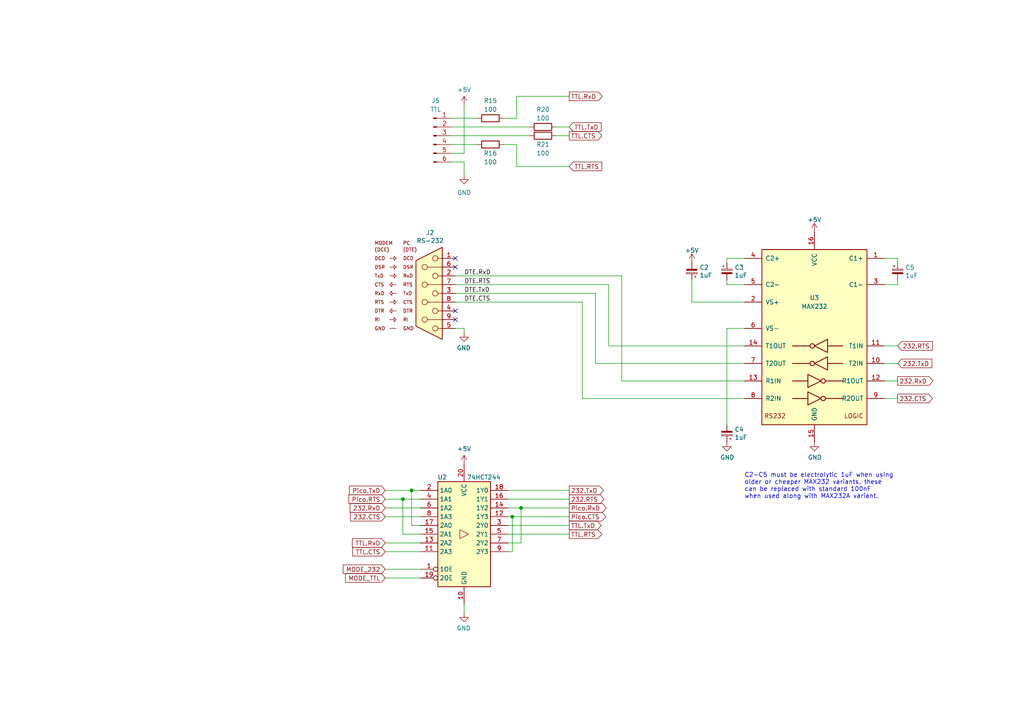
<source format=kicad_sch>
(kicad_sch (version 20231120) (generator "eeschema") (generator_version "8.0")
  (paper "A4")
  (title_block (title "BulkyModem Terminal (Serial)") (rev "A"))
  (lib_symbols
    (symbol "74xx:74HCT244"
      (property "Reference" "U" (at -7.62 16.51 0))
      (property "Value" "74HCT244" (at -7.62 -16.51 0))
      (symbol "74HCT244_1_0"
        (polyline (pts (xy 1.27 0) (xy -1.27 1.27) (xy -1.27 -1.27) (xy 1.27 0)) (stroke (width 0.1524)))
        (pin input inverted (at -12.7 -10.16 0) (length 5.08) (name "1OE") (number "1"))
        (pin power_in line (at 0 -20.32 90) (length 5.08) (name "GND") (number "10"))
        (pin input line (at -12.7 -5.08 0) (length 5.08) (name "2A3") (number "11"))
        (pin tri_state line (at 12.7 5.08 180) (length 5.08) (name "1Y3") (number "12"))
        (pin input line (at -12.7 -2.54 0) (length 5.08) (name "2A2") (number "13"))
        (pin tri_state line (at 12.7 7.62 180) (length 5.08) (name "1Y2") (number "14"))
        (pin input line (at -12.7 0 0) (length 5.08) (name "2A1") (number "15"))
        (pin tri_state line (at 12.7 10.16 180) (length 5.08) (name "1Y1") (number "16"))
        (pin input line (at -12.7 2.54 0) (length 5.08) (name "2A0") (number "17"))
        (pin tri_state line (at 12.7 12.7 180) (length 5.08) (name "1Y0") (number "18"))
        (pin input inverted (at -12.7 -12.7 0) (length 5.08) (name "2OE") (number "19"))
        (pin input line (at -12.7 12.7 0) (length 5.08) (name "1A0") (number "2"))
        (pin power_in line (at 0 20.32 270) (length 5.08) (name "VCC") (number "20"))
        (pin tri_state line (at 12.7 2.54 180) (length 5.08) (name "2Y0") (number "3"))
        (pin input line (at -12.7 10.16 0) (length 5.08) (name "1A1") (number "4"))
        (pin tri_state line (at 12.7 0 180) (length 5.08) (name "2Y1") (number "5"))
        (pin input line (at -12.7 7.62 0) (length 5.08) (name "1A2") (number "6"))
        (pin tri_state line (at 12.7 -2.54 180) (length 5.08) (name "2Y2") (number "7"))
        (pin input line (at -12.7 5.08 0) (length 5.08) (name "1A3") (number "8"))
        (pin tri_state line (at 12.7 -5.08 180) (length 5.08) (name "2Y3") (number "9"))
      )
      (symbol "74HCT244_1_1"
        (rectangle (start -7.62 15.24) (end 7.62 -15.24) (stroke (width 0.254)) (fill (type background)))
      )
    )
    (symbol "Connector:Conn_01x06_Pin" (pin_names (offset 1.016) hide)
      (property "Reference" "J" (at 0 7.62 0))
      (property "Value" "Conn_01x06_Pin" (at 0 -10.16 0))
      (symbol "Conn_01x06_Pin_1_1"
        (polyline (pts (xy 1.27 -7.62) (xy 0.8636 -7.62)) (stroke (width 0.1524)))
        (polyline (pts (xy 1.27 -5.08) (xy 0.8636 -5.08)) (stroke (width 0.1524)))
        (polyline (pts (xy 1.27 -2.54) (xy 0.8636 -2.54)) (stroke (width 0.1524)))
        (polyline (pts (xy 1.27 0) (xy 0.8636 0)) (stroke (width 0.1524)))
        (polyline (pts (xy 1.27 2.54) (xy 0.8636 2.54)) (stroke (width 0.1524)))
        (polyline (pts (xy 1.27 5.08) (xy 0.8636 5.08)) (stroke (width 0.1524)))
        (rectangle (start 0.8636 -7.493) (end 0 -7.747) (stroke (width 0.1524)) (fill (type outline)))
        (rectangle (start 0.8636 -4.953) (end 0 -5.207) (stroke (width 0.1524)) (fill (type outline)))
        (rectangle (start 0.8636 -2.413) (end 0 -2.667) (stroke (width 0.1524)) (fill (type outline)))
        (rectangle (start 0.8636 0.127) (end 0 -0.127) (stroke (width 0.1524)) (fill (type outline)))
        (rectangle (start 0.8636 2.667) (end 0 2.413) (stroke (width 0.1524)) (fill (type outline)))
        (rectangle (start 0.8636 5.207) (end 0 4.953) (stroke (width 0.1524)) (fill (type outline)))
        (pin passive line (at 5.08 5.08 180) (length 3.81) (name "Pin_1") (number "1"))
        (pin passive line (at 5.08 2.54 180) (length 3.81) (name "Pin_2") (number "2"))
        (pin passive line (at 5.08 0 180) (length 3.81) (name "Pin_3") (number "3"))
        (pin passive line (at 5.08 -2.54 180) (length 3.81) (name "Pin_4") (number "4"))
        (pin passive line (at 5.08 -5.08 180) (length 3.81) (name "Pin_5") (number "5"))
        (pin passive line (at 5.08 -7.62 180) (length 3.81) (name "Pin_6") (number "6"))
      )
    )
    (symbol "Device:C_Polarized_Small" (pin_numbers hide) (pin_names (offset 0.254) hide)
      (property "Reference" "C" (at 0.254 1.778 0))
      (property "Value" "C_Polarized_Small" (at 0.254 -2.032 0))
      (symbol "C_Polarized_Small_0_1"
        (rectangle (start -1.524 -0.3048) (end 1.524 -0.6858) (fill (type outline)))
        (rectangle (start -1.524 0.6858) (end 1.524 0.3048))
        (polyline (pts (xy -1.27 1.524) (xy -0.762 1.524)))
        (polyline (pts (xy -1.016 1.27) (xy -1.016 1.778)))
      )
      (symbol "C_Polarized_Small_1_1"
        (pin passive line (at 0 2.54 270) (length 1.8542) (name "~") (number "1"))
        (pin passive line (at 0 -2.54 90) (length 1.8542) (name "~") (number "2"))
      )
    )
    (symbol "Device:R" (pin_numbers hide) (pin_names (offset 0))
      (property "Reference" "R" (at 2.032 0 90))
      (property "Value" "R" (at 0 0 90))
      (symbol "R_0_1"
        (rectangle (start -1.016 -2.54) (end 1.016 2.54) (stroke (width 0.254)))
      )
      (symbol "R_1_1"
        (pin passive line (at 0 3.81 270) (length 1.27) (name "~") (number "1"))
        (pin passive line (at 0 -3.81 90) (length 1.27) (name "~") (number "2"))
      )
    )
    (symbol "Interface_UART:MAX232" (pin_names (offset 1.016))
      (property "Reference" "U" (at -2.54 28.575 0))
      (property "Value" "MAX232" (at -2.54 26.67 0))
      (symbol "MAX232_0_0"
        (text "LOGIC" (at -11.43 -22.86 0) (effects (font (size 1.27 1.27))))
        (text "RS232" (at 11.43 -22.86 0) (effects (font (size 1.27 1.27))))
      )
      (symbol "MAX232_0_1"
        (rectangle (start -15.24 -25.4) (end 15.24 25.4) (stroke (width 0.254)) (fill (type background)))
        (circle (center -2.54 -17.78) (radius 0.635) (stroke (width 0.254)))
        (circle (center -2.54 -12.7) (radius 0.635) (stroke (width 0.254)))
        (polyline (pts (xy -3.81 -7.62) (xy -8.255 -7.62)) (stroke (width 0.254)))
        (polyline (pts (xy -3.81 -2.54) (xy -8.255 -2.54)) (stroke (width 0.254)))
        (polyline (pts (xy -3.175 -17.78) (xy -8.255 -17.78)) (stroke (width 0.254)))
        (polyline (pts (xy -3.175 -12.7) (xy -8.255 -12.7)) (stroke (width 0.254)))
        (polyline (pts (xy 1.27 -7.62) (xy 6.35 -7.62)) (stroke (width 0.254)))
        (polyline (pts (xy 1.27 -2.54) (xy 6.35 -2.54)) (stroke (width 0.254)))
        (polyline (pts (xy 1.905 -17.78) (xy 6.35 -17.78)) (stroke (width 0.254)))
        (polyline (pts (xy 1.905 -12.7) (xy 6.35 -12.7)) (stroke (width 0.254)))
        (polyline (pts (xy -3.81 -5.715) (xy -3.81 -9.525) (xy 0 -7.62) (xy -3.81 -5.715)) (stroke (width 0.254)))
        (polyline (pts (xy -3.81 -0.635) (xy -3.81 -4.445) (xy 0 -2.54) (xy -3.81 -0.635)) (stroke (width 0.254)))
        (polyline (pts (xy 1.905 -15.875) (xy 1.905 -19.685) (xy -1.905 -17.78) (xy 1.905 -15.875)) (stroke (width 0.254)))
        (polyline (pts (xy 1.905 -10.795) (xy 1.905 -14.605) (xy -1.905 -12.7) (xy 1.905 -10.795)) (stroke (width 0.254)))
        (circle (center 0.635 -7.62) (radius 0.635) (stroke (width 0.254)))
        (circle (center 0.635 -2.54) (radius 0.635) (stroke (width 0.254)))
      )
      (symbol "MAX232_1_1"
        (pin passive line (at -20.32 22.86 0) (length 5.08) (name "C1+") (number "1"))
        (pin input line (at -20.32 -7.62 0) (length 5.08) (name "T2IN") (number "10"))
        (pin input line (at -20.32 -2.54 0) (length 5.08) (name "T1IN") (number "11"))
        (pin output line (at -20.32 -12.7 0) (length 5.08) (name "R1OUT") (number "12"))
        (pin input line (at 20.32 -12.7 180) (length 5.08) (name "R1IN") (number "13"))
        (pin output line (at 20.32 -2.54 180) (length 5.08) (name "T1OUT") (number "14"))
        (pin power_in line (at 0 -30.48 90) (length 5.08) (name "GND") (number "15"))
        (pin power_in line (at 0 30.48 270) (length 5.08) (name "VCC") (number "16"))
        (pin power_out line (at 20.32 10.16 180) (length 5.08) (name "VS+") (number "2"))
        (pin passive line (at -20.32 15.24 0) (length 5.08) (name "C1-") (number "3"))
        (pin passive line (at 20.32 22.86 180) (length 5.08) (name "C2+") (number "4"))
        (pin passive line (at 20.32 15.24 180) (length 5.08) (name "C2-") (number "5"))
        (pin power_out line (at 20.32 2.54 180) (length 5.08) (name "VS-") (number "6"))
        (pin output line (at 20.32 -7.62 180) (length 5.08) (name "T2OUT") (number "7"))
        (pin input line (at 20.32 -17.78 180) (length 5.08) (name "R2IN") (number "8"))
        (pin output line (at -20.32 -17.78 0) (length 5.08) (name "R2OUT") (number "9"))
      )
    )
    (symbol "power:+5V" (power) (pin_numbers hide) (pin_names (offset 0) hide)
      (property "Value" "+5V" (at 0 3.556 0))
      (symbol "+5V_0_1"
        (polyline (pts (xy -0.762 1.27) (xy 0 2.54)))
        (polyline (pts (xy 0 0) (xy 0 2.54)))
        (polyline (pts (xy 0 2.54) (xy 0.762 1.27)))
      )
      (symbol "+5V_1_1"
        (pin power_in line (at 0 0 90) (length 0) (name "~") (number "1"))
      )
    )
    (symbol "power:GND" (power) (pin_numbers hide) (pin_names (offset 0) hide)
      (property "Value" "GND" (at 0 -3.81 0))
      (symbol "GND_0_1"
        (polyline (pts (xy 0 0) (xy 0 -1.27) (xy 1.27 -1.27) (xy 0 -2.54) (xy -1.27 -1.27) (xy 0 -1.27)))
      )
      (symbol "GND_1_1"
        (pin power_in line (at 0 0 270) (length 0) (name "~") (number "1"))
      )
    )
    (symbol "rs232_port:RS232_DTE" (pin_names (offset 1.016) hide)
      (property "Reference" "J" (at 0 13.97 0))
      (property "Value" "RS232_DTE" (at 0 -14.605 0))
      (symbol "RS232_DTE_0_0"
        (text "DSR" (at 15.875 7.62 0) (effects (font (size 0.9906 0.9906)) (justify right)))
      )
      (symbol "RS232_DTE_0_1"
        (circle (center -1.778 -10.16) (radius 0.762))
        (circle (center -1.778 -5.08) (radius 0.762))
        (circle (center -1.778 0) (radius 0.762))
        (circle (center -1.778 5.08) (radius 0.762))
        (circle (center -1.778 10.16) (radius 0.762))
        (polyline (pts (xy -3.81 -10.16) (xy -2.54 -10.16)))
        (polyline (pts (xy -3.81 -7.62) (xy 0.508 -7.62)))
        (polyline (pts (xy -3.81 -5.08) (xy -2.54 -5.08)))
        (polyline (pts (xy -3.81 -2.54) (xy 0.508 -2.54)))
        (polyline (pts (xy -3.81 0) (xy -2.54 0)))
        (polyline (pts (xy -3.81 2.54) (xy 0.508 2.54)))
        (polyline (pts (xy -3.81 5.08) (xy -2.54 5.08)))
        (polyline (pts (xy -3.81 7.62) (xy 0.508 7.62)))
        (polyline (pts (xy -3.81 10.16) (xy -2.54 10.16)))
        (polyline (pts (xy -3.81 13.335) (xy -3.81 -13.335) (xy 3.81 -9.525) (xy 3.81 9.525) (xy -3.81 13.335)) (stroke (width 0.254)) (fill (type background)))
        (circle (center 1.27 -7.62) (radius 0.762))
        (circle (center 1.27 -2.54) (radius 0.762))
        (circle (center 1.27 2.54) (radius 0.762))
        (circle (center 1.27 7.62) (radius 0.762))
      )
      (symbol "RS232_DTE_1_1"
        (polyline (pts (xy 10.16 -7.62) (xy 11.43 -7.62)))
        (polyline (pts (xy 10.16 -2.54) (xy 11.43 -2.54)))
        (polyline (pts (xy 10.16 5.08) (xy 11.43 5.08)))
        (polyline (pts (xy 10.16 7.62) (xy 11.43 7.62)))
        (polyline (pts (xy 10.16 10.16) (xy 11.43 10.16)))
        (polyline (pts (xy 10.795 -5.08) (xy 9.525 -5.08)))
        (polyline (pts (xy 10.795 0) (xy 9.525 0)))
        (polyline (pts (xy 10.795 2.54) (xy 9.525 2.54)))
        (polyline (pts (xy 11.43 -10.16) (xy 9.525 -10.16)))
        (polyline (pts (xy 9.525 -7.62) (xy 10.16 -6.985) (xy 10.16 -8.255) (xy 9.525 -7.62)))
        (polyline (pts (xy 9.525 -2.54) (xy 10.16 -1.905) (xy 10.16 -3.175) (xy 9.525 -2.54)))
        (polyline (pts (xy 9.525 5.08) (xy 10.16 5.715) (xy 10.16 4.445) (xy 9.525 5.08)))
        (polyline (pts (xy 9.525 7.62) (xy 10.16 8.255) (xy 10.16 6.985) (xy 9.525 7.62)))
        (polyline (pts (xy 9.525 10.16) (xy 10.16 10.795) (xy 10.16 9.525) (xy 9.525 10.16)))
        (polyline (pts (xy 11.43 -5.08) (xy 10.795 -5.715) (xy 10.795 -4.445) (xy 11.43 -5.08)))
        (polyline (pts (xy 11.43 0) (xy 10.795 -0.635) (xy 10.795 0.635) (xy 11.43 0)))
        (polyline (pts (xy 11.43 2.54) (xy 10.795 1.905) (xy 10.795 3.175) (xy 11.43 2.54)))
        (text "(DCE)" (at 15.875 12.7 0) (effects (font (size 0.9906 0.9906)) (justify right)))
        (text "(DTE)" (at 7.62 12.7 0) (effects (font (size 0.9906 0.9906)) (justify right)))
        (text "CTS" (at 7.62 -2.54 0) (effects (font (size 0.9906 0.9906)) (justify right)))
        (text "CTS" (at 15.875 2.54 0) (effects (font (size 0.9906 0.9906)) (justify right)))
        (text "DCD" (at 7.62 10.16 0) (effects (font (size 0.9906 0.9906)) (justify right)))
        (text "DCD" (at 15.875 10.16 0) (effects (font (size 0.9906 0.9906)) (justify right)))
        (text "DSR" (at 7.62 7.62 0) (effects (font (size 0.9906 0.9906)) (justify right)))
        (text "DTR" (at 7.62 -5.08 0) (effects (font (size 0.9906 0.9906)) (justify right)))
        (text "DTR" (at 15.875 -5.08 0) (effects (font (size 0.9906 0.9906)) (justify right)))
        (text "GND" (at 7.62 -10.16 0) (effects (font (size 0.9906 0.9906)) (justify right)))
        (text "GND" (at 15.875 -10.16 0) (effects (font (size 0.9906 0.9906)) (justify right)))
        (text "MODEM" (at 15.875 14.605 0) (effects (font (size 0.9906 0.9906)) (justify right)))
        (text "PC" (at 7.62 14.605 0) (effects (font (size 0.9906 0.9906)) (justify right)))
        (text "RI" (at 7.62 -7.62 0) (effects (font (size 0.9906 0.9906)) (justify right)))
        (text "RI" (at 15.875 -7.62 0) (effects (font (size 0.9906 0.9906)) (justify right)))
        (text "RTS" (at 7.62 2.54 0) (effects (font (size 0.9906 0.9906)) (justify right)))
        (text "RTS" (at 15.875 -2.54 0) (effects (font (size 0.9906 0.9906)) (justify right)))
        (text "RxD" (at 7.62 5.08 0) (effects (font (size 0.9906 0.9906)) (justify right)))
        (text "RxD" (at 15.875 0 0) (effects (font (size 0.9906 0.9906)) (justify right)))
        (text "TxD" (at 7.62 0 0) (effects (font (size 0.9906 0.9906)) (justify right)))
        (text "TxD" (at 15.875 5.08 0) (effects (font (size 0.9906 0.9906)) (justify right)))
        (pin output line (at -7.62 10.16 0) (length 3.81) (name "1") (number "1"))
        (pin output line (at -7.62 5.08 0) (length 3.81) (name "2") (number "2"))
        (pin input line (at -7.62 0 0) (length 3.81) (name "3") (number "3"))
        (pin input line (at -7.62 -5.08 0) (length 3.81) (name "4") (number "4"))
        (pin passive line (at -7.62 -10.16 0) (length 3.81) (name "5") (number "5"))
        (pin output line (at -7.62 7.62 0) (length 3.81) (name "6") (number "6"))
        (pin input line (at -7.62 2.54 0) (length 3.81) (name "7") (number "7"))
        (pin output line (at -7.62 -2.54 0) (length 3.81) (name "8") (number "8"))
        (pin output line (at -7.62 -7.62 0) (length 3.81) (name "9") (number "9"))
      )
    )
  )
  (junction (at 151.13 147.32))
  (junction (at 148.59 149.86))
  (junction (at 116.84 144.78))
  (junction (at 119.38 142.24))
  (no_connect (at 132.08 74.93))
  (no_connect (at 132.08 92.71))
  (no_connect (at 132.08 90.17))
  (no_connect (at 132.08 77.47))
  (wire (pts (xy 148.59 149.86) (xy 165.1 149.86)))
  (wire (pts (xy 210.82 74.93) (xy 215.9 74.93)))
  (wire (pts (xy 176.53 100.33) (xy 215.9 100.33)))
  (wire (pts (xy 134.62 46.99) (xy 134.62 50.8)))
  (wire (pts (xy 200.66 87.63) (xy 215.9 87.63)))
  (wire (pts (xy 111.76 160.02) (xy 121.92 160.02)))
  (wire (pts (xy 260.35 81.28) (xy 260.35 82.55)))
  (wire (pts (xy 161.29 36.83) (xy 165.1 36.83)))
  (wire (pts (xy 111.76 142.24) (xy 119.38 142.24)))
  (wire (pts (xy 147.32 147.32) (xy 151.13 147.32)))
  (wire (pts (xy 149.86 48.26) (xy 165.1 48.26)))
  (wire (pts (xy 149.86 41.91) (xy 149.86 48.26)))
  (wire (pts (xy 134.62 95.25) (xy 134.62 96.52)))
  (wire (pts (xy 172.72 105.41) (xy 172.72 85.09)))
  (wire (pts (xy 121.92 154.94) (xy 116.84 154.94)))
  (wire (pts (xy 210.82 95.25) (xy 215.9 95.25)))
  (wire (pts (xy 111.76 165.1) (xy 121.92 165.1)))
  (wire (pts (xy 256.54 110.49) (xy 260.35 110.49)))
  (wire (pts (xy 256.54 105.41) (xy 260.35 105.41)))
  (wire (pts (xy 215.9 115.57) (xy 168.91 115.57)))
  (wire (pts (xy 200.66 81.28) (xy 200.66 87.63)))
  (wire (pts (xy 130.81 34.29) (xy 138.43 34.29)))
  (wire (pts (xy 116.84 144.78) (xy 121.92 144.78)))
  (wire (pts (xy 130.81 36.83) (xy 153.67 36.83)))
  (wire (pts (xy 111.76 147.32) (xy 121.92 147.32)))
  (wire (pts (xy 119.38 152.4) (xy 119.38 142.24)))
  (wire (pts (xy 132.08 80.01) (xy 180.34 80.01)))
  (wire (pts (xy 147.32 142.24) (xy 165.1 142.24)))
  (wire (pts (xy 146.05 34.29) (xy 149.86 34.29)))
  (wire (pts (xy 116.84 154.94) (xy 116.84 144.78)))
  (wire (pts (xy 111.76 149.86) (xy 121.92 149.86)))
  (wire (pts (xy 147.32 154.94) (xy 165.1 154.94)))
  (wire (pts (xy 149.86 34.29) (xy 149.86 27.94)))
  (wire (pts (xy 168.91 115.57) (xy 168.91 87.63)))
  (wire (pts (xy 210.82 81.28) (xy 210.82 82.55)))
  (wire (pts (xy 130.81 39.37) (xy 153.67 39.37)))
  (wire (pts (xy 180.34 80.01) (xy 180.34 110.49)))
  (wire (pts (xy 130.81 46.99) (xy 134.62 46.99)))
  (wire (pts (xy 147.32 157.48) (xy 151.13 157.48)))
  (wire (pts (xy 147.32 152.4) (xy 165.1 152.4)))
  (wire (pts (xy 151.13 157.48) (xy 151.13 147.32)))
  (wire (pts (xy 161.29 39.37) (xy 165.1 39.37)))
  (wire (pts (xy 260.35 74.93) (xy 260.35 76.2)))
  (wire (pts (xy 210.82 95.25) (xy 210.82 123.19)))
  (wire (pts (xy 260.35 74.93) (xy 256.54 74.93)))
  (wire (pts (xy 172.72 85.09) (xy 132.08 85.09)))
  (wire (pts (xy 151.13 147.32) (xy 165.1 147.32)))
  (wire (pts (xy 130.81 44.45) (xy 134.62 44.45)))
  (wire (pts (xy 147.32 160.02) (xy 148.59 160.02)))
  (wire (pts (xy 111.76 157.48) (xy 121.92 157.48)))
  (wire (pts (xy 134.62 177.8) (xy 134.62 175.26)))
  (wire (pts (xy 146.05 41.91) (xy 149.86 41.91)))
  (wire (pts (xy 210.82 74.93) (xy 210.82 76.2)))
  (wire (pts (xy 132.08 95.25) (xy 134.62 95.25)))
  (wire (pts (xy 215.9 105.41) (xy 172.72 105.41)))
  (wire (pts (xy 180.34 110.49) (xy 215.9 110.49)))
  (wire (pts (xy 111.76 144.78) (xy 116.84 144.78)))
  (wire (pts (xy 256.54 100.33) (xy 260.35 100.33)))
  (wire (pts (xy 148.59 160.02) (xy 148.59 149.86)))
  (wire (pts (xy 256.54 115.57) (xy 260.35 115.57)))
  (wire (pts (xy 111.76 167.64) (xy 121.92 167.64)))
  (wire (pts (xy 176.53 82.55) (xy 176.53 100.33)))
  (wire (pts (xy 119.38 142.24) (xy 121.92 142.24)))
  (wire (pts (xy 132.08 82.55) (xy 176.53 82.55)))
  (wire (pts (xy 147.32 144.78) (xy 165.1 144.78)))
  (wire (pts (xy 147.32 149.86) (xy 148.59 149.86)))
  (wire (pts (xy 121.92 152.4) (xy 119.38 152.4)))
  (wire (pts (xy 260.35 82.55) (xy 256.54 82.55)))
  (wire (pts (xy 210.82 82.55) (xy 215.9 82.55)))
  (wire (pts (xy 168.91 87.63) (xy 132.08 87.63)))
  (wire (pts (xy 130.81 41.91) (xy 138.43 41.91)))
  (wire (pts (xy 134.62 30.48) (xy 134.62 44.45)))
  (wire (pts (xy 149.86 27.94) (xy 165.1 27.94)))
  (text "C2-C5 must be electrolytic 1uF when using\nolder or cheaper MAX232 variants, these\ncan be replaced with standard 100nF\nwhen used along with MAX232A variant." (at 215.9 144.78 0) (effects (font (size 1.27 1.27)) (justify left bottom)))
  (label "DTE.RTS" (at 134.62 82.55 0))
  (label "DTE.RxD" (at 134.62 80.01 0))
  (label "DTE.CTS" (at 134.62 87.63 0))
  (label "DTE.TxD" (at 134.62 85.09 0))
  (global_label "Pico.RxD" (shape output) (at 165.1 147.32 0) (property "Intersheetrefs" "${INTERSHEET_REFS}" (effects (hide yes))))
  (global_label "TTL.CTS" (shape input) (at 111.76 160.02 180) (property "Intersheetrefs" "${INTERSHEET_REFS}" (effects (hide yes))))
  (global_label "232.CTS" (shape input) (at 111.76 149.86 180) (property "Intersheetrefs" "${INTERSHEET_REFS}" (effects (hide yes))))
  (global_label "232.RTS" (shape input) (at 260.35 100.33 0) (property "Intersheetrefs" "${INTERSHEET_REFS}" (effects (hide yes))))
  (global_label "Pico.RTS" (shape input) (at 111.76 144.78 180) (property "Intersheetrefs" "${INTERSHEET_REFS}" (effects (hide yes))))
  (global_label "MODE_232" (shape input) (at 111.76 165.1 180) (property "Intersheetrefs" "${INTERSHEET_REFS}" (effects (hide yes))))
  (global_label "TTL.RTS" (shape input) (at 165.1 48.26 0) (property "Intersheetrefs" "${INTERSHEET_REFS}" (effects (hide yes))))
  (global_label "TTL.CTS" (shape output) (at 165.1 39.37 0) (property "Intersheetrefs" "${INTERSHEET_REFS}" (effects (hide yes))))
  (global_label "MODE_TTL" (shape input) (at 111.76 167.64 180) (property "Intersheetrefs" "${INTERSHEET_REFS}" (effects (hide yes))))
  (global_label "232.CTS" (shape output) (at 260.35 115.57 0) (property "Intersheetrefs" "${INTERSHEET_REFS}" (effects (hide yes))))
  (global_label "232.RTS" (shape output) (at 165.1 144.78 0) (property "Intersheetrefs" "${INTERSHEET_REFS}" (effects (hide yes))))
  (global_label "Pico.CTS" (shape output) (at 165.1 149.86 0) (property "Intersheetrefs" "${INTERSHEET_REFS}" (effects (hide yes))))
  (global_label "232.RxD" (shape input) (at 111.76 147.32 180) (property "Intersheetrefs" "${INTERSHEET_REFS}" (effects (hide yes))))
  (global_label "TTL.RxD" (shape input) (at 111.76 157.48 180) (property "Intersheetrefs" "${INTERSHEET_REFS}" (effects (hide yes))))
  (global_label "TTL.TxD" (shape output) (at 165.1 152.4 0) (property "Intersheetrefs" "${INTERSHEET_REFS}" (effects (hide yes))))
  (global_label "Pico.TxD" (shape input) (at 111.76 142.24 180) (property "Intersheetrefs" "${INTERSHEET_REFS}" (effects (hide yes))))
  (global_label "232.TxD" (shape input) (at 260.35 105.41 0) (property "Intersheetrefs" "${INTERSHEET_REFS}" (effects (hide yes))))
  (global_label "TTL.RxD" (shape output) (at 165.1 27.94 0) (property "Intersheetrefs" "${INTERSHEET_REFS}" (effects (hide yes))))
  (global_label "232.RxD" (shape output) (at 260.35 110.49 0) (property "Intersheetrefs" "${INTERSHEET_REFS}" (effects (hide yes))))
  (global_label "TTL.RTS" (shape output) (at 165.1 154.94 0) (property "Intersheetrefs" "${INTERSHEET_REFS}" (effects (hide yes))))
  (global_label "TTL.TxD" (shape input) (at 165.1 36.83 0) (property "Intersheetrefs" "${INTERSHEET_REFS}" (effects (hide yes))))
  (global_label "232.TxD" (shape output) (at 165.1 142.24 0) (property "Intersheetrefs" "${INTERSHEET_REFS}" (effects (hide yes))))
  (symbol (lib_id "Interface_UART:MAX232") (at 236.22 97.79 0) (mirror y) (unit 1)
    (property "Reference" "U3" (at 236.22 86.36 0))
    (property "Value" "MAX232" (at 236.22 88.9 0))
    (property "Footprint" "Package_DIP:DIP-16_W7.62mm_Socket_LongPads" (effects (hide yes)))
    (property "Datasheet" "http://www.ti.com/lit/ds/symlink/max232.pdf" (effects (hide yes)))
    (property "Description" "Dual RS232 driver/receiver, 5V supply, 120kb/s, 0C-70C" (effects (hide yes)))
  )
  (symbol (lib_id "power:GND") (at 236.22 128.27 0) (unit 1)
    (property "Reference" "#PWR0111" (effects (hide yes)))
    (property "Value" "GND" (at 236.347 132.6642 0))
    (property "Description" "Power symbol creates a global label with name \"GND\" , ground" (effects (hide yes)))
  )
  (symbol (lib_id "power:+5V") (at 236.22 67.31 0) (unit 1)
    (property "Reference" "#PWR0112" (effects (hide yes)))
    (property "Value" "+5V" (at 236.22 63.754 0))
    (property "Description" "Power symbol creates a global label with name \"+5V\"" (effects (hide yes)))
  )
  (symbol (lib_id "power:+5V") (at 200.66 76.2 0) (unit 1)
    (property "Reference" "#PWR0113" (effects (hide yes)))
    (property "Value" "+5V" (at 200.66 72.644 0))
    (property "Description" "Power symbol creates a global label with name \"+5V\"" (effects (hide yes)))
  )
  (symbol (lib_id "power:GND") (at 210.82 128.27 0) (unit 1)
    (property "Reference" "#PWR0114" (effects (hide yes)))
    (property "Value" "GND" (at 210.947 132.6642 0))
    (property "Description" "Power symbol creates a global label with name \"GND\" , ground" (effects (hide yes)))
  )
  (symbol (lib_id "rs232_port:RS232_DTE") (at 124.46 85.09 0) (mirror y) (unit 1)
    (property "Reference" "J2" (at 124.7648 67.5132 0))
    (property "Value" "RS-232" (at 124.7648 69.8246 0))
    (property "Footprint" "RND_DSUB:DSUB-9_Male_Horizontal_P2.77x2.84mm_EdgePinOffset7.70mm_Housed_MountingHolesOffset9.12mm" (effects (hide yes)))
    (property "Datasheet" " ~" (effects (hide yes)))
    (property "Description" "9-pin male D-SUB connector" (effects (hide yes)))
  )
  (symbol (lib_id "power:GND") (at 134.62 96.52 0) (mirror y) (unit 1)
    (property "Reference" "#PWR0115" (effects (hide yes)))
    (property "Value" "GND" (at 134.493 100.9142 0))
    (property "Description" "Power symbol creates a global label with name \"GND\" , ground" (effects (hide yes)))
  )
  (symbol (lib_id "Device:C_Polarized_Small") (at 260.35 78.74 0) (unit 1)
    (property "Reference" "C5" (at 262.5852 77.5716 0) (effects (justify left)))
    (property "Value" "1uF" (at 262.5852 79.883 0) (effects (justify left)))
    (property "Footprint" "BulkyModem:CP_Radial_D4.0mm_P2.00mm_Custom" (effects (hide yes)))
    (property "Description" "Polarized capacitor, small symbol" (effects (hide yes)))
  )
  (symbol (lib_id "Device:C_Polarized_Small") (at 210.82 78.74 0) (unit 1)
    (property "Reference" "C3" (at 213.0552 77.5716 0) (effects (justify left)))
    (property "Value" "1uF" (at 213.0552 79.883 0) (effects (justify left)))
    (property "Footprint" "BulkyModem:CP_Radial_D4.0mm_P2.00mm_Custom" (effects (hide yes)))
    (property "Description" "Polarized capacitor, small symbol" (effects (hide yes)))
  )
  (symbol (lib_id "Device:C_Polarized_Small") (at 200.66 78.74 180) (unit 1)
    (property "Reference" "C2" (at 202.8952 77.5716 0) (effects (justify right)))
    (property "Value" "1uF" (at 202.8952 79.883 0) (effects (justify right)))
    (property "Footprint" "BulkyModem:CP_Radial_D4.0mm_P2.00mm_Custom" (effects (hide yes)))
    (property "Description" "Polarized capacitor, small symbol" (effects (hide yes)))
  )
  (symbol (lib_id "Device:C_Polarized_Small") (at 210.82 125.73 180) (unit 1)
    (property "Reference" "C4" (at 213.0552 124.5616 0) (effects (justify right)))
    (property "Value" "1uF" (at 213.0552 126.873 0) (effects (justify right)))
    (property "Footprint" "BulkyModem:CP_Radial_D4.0mm_P2.00mm_Custom" (effects (hide yes)))
    (property "Description" "Polarized capacitor, small symbol" (effects (hide yes)))
  )
  (symbol (lib_id "power:+5V") (at 134.62 30.48 0) (unit 1)
    (property "Reference" "#PWR08" (effects (hide yes)))
    (property "Value" "+5V" (at 134.62 26.035 0))
    (property "Description" "Power symbol creates a global label with name \"+5V\"" (effects (hide yes)))
  )
  (symbol (lib_id "Device:R") (at 142.24 34.29 270) (unit 1)
    (property "Reference" "R15" (at 142.24 29.21 90))
    (property "Value" "100" (at 142.24 31.75 90))
    (property "Footprint" "resistor:R_Axial_DIN0207_L6.3mm_D2.5mm_P10.16mm_Horizontal" (effects (hide yes)))
    (property "Description" "Resistor" (effects (hide yes)))
  )
  (symbol (lib_id "Device:R") (at 142.24 41.91 270) (mirror x) (unit 1)
    (property "Reference" "R16" (at 142.24 44.45 90))
    (property "Value" "100" (at 142.24 46.99 90))
    (property "Footprint" "resistor:R_Axial_DIN0207_L6.3mm_D2.5mm_P10.16mm_Horizontal" (effects (hide yes)))
    (property "Description" "Resistor" (effects (hide yes)))
  )
  (symbol (lib_id "power:GND") (at 134.62 50.8 0) (unit 1)
    (property "Reference" "#PWR09" (effects (hide yes)))
    (property "Value" "GND" (at 134.62 55.88 0))
    (property "Description" "Power symbol creates a global label with name \"GND\" , ground" (effects (hide yes)))
  )
  (symbol (lib_id "power:GND") (at 134.62 177.8 0) (mirror y) (unit 1)
    (property "Reference" "#PWR07" (effects (hide yes)))
    (property "Value" "GND" (at 134.493 182.1942 0))
    (property "Description" "Power symbol creates a global label with name \"GND\" , ground" (effects (hide yes)))
  )
  (symbol (lib_id "Connector:Conn_01x06_Pin") (at 125.73 39.37 0) (unit 1)
    (property "Reference" "J5" (at 126.365 29.21 0))
    (property "Value" "TTL" (at 126.365 31.75 0))
    (property "Footprint" "Connector_PinHeader_2.54mm:PinHeader_1x06_P2.54mm_Horizontal" (effects (hide yes)))
    (property "Description" "Generic connector, single row, 01x06, script generated" (effects (hide yes)))
  )
  (symbol (lib_id "74xx:74HCT244") (at 134.62 154.94 0) (unit 1)
    (property "Reference" "U2" (at 128.27 138.43 0))
    (property "Value" "74HCT244" (at 140.335 138.43 0))
    (property "Footprint" "Package_DIP:DIP-20_W7.62mm_Socket_LongPads" (effects (hide yes)))
    (property "Datasheet" "https://assets.nexperia.com/documents/data-sheet/74HC_HCT244.pdf" (effects (hide yes)))
    (property "Description" "8-bit Buffer/Line Driver 3-state" (effects (hide yes)))
  )
  (symbol (lib_id "power:+5V") (at 134.62 134.62 0) (unit 1)
    (property "Reference" "#PWR06" (effects (hide yes)))
    (property "Value" "+5V" (at 134.62 130.175 0))
    (property "Description" "Power symbol creates a global label with name \"+5V\"" (effects (hide yes)))
  )
  (symbol (lib_id "Device:R") (at 157.48 39.37 270) (mirror x) (unit 1)
    (property "Reference" "R21" (at 157.48 41.91 90))
    (property "Value" "100" (at 157.48 44.45 90))
    (property "Footprint" "resistor:R_Axial_DIN0207_L6.3mm_D2.5mm_P10.16mm_Horizontal" (effects (hide yes)))
    (property "Description" "Resistor" (effects (hide yes)))
  )
  (symbol (lib_id "Device:R") (at 157.48 36.83 270) (unit 1)
    (property "Reference" "R20" (at 157.48 31.75 90))
    (property "Value" "100" (at 157.48 34.29 90))
    (property "Footprint" "resistor:R_Axial_DIN0207_L6.3mm_D2.5mm_P10.16mm_Horizontal" (effects (hide yes)))
    (property "Description" "Resistor" (effects (hide yes)))
  )
)
</source>
